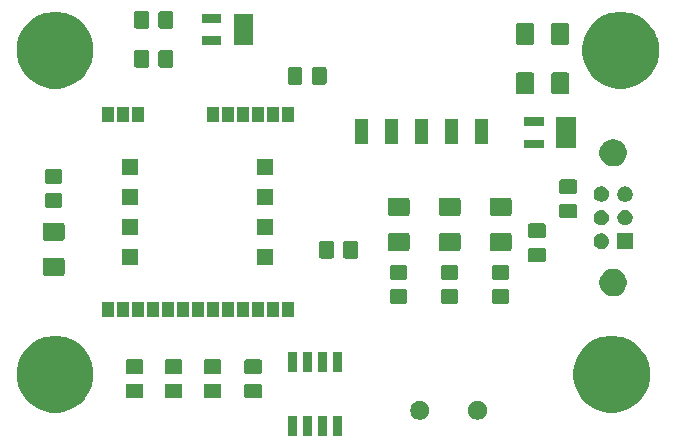
<source format=gbr>
G04 #@! TF.GenerationSoftware,KiCad,Pcbnew,(5.0.0)*
G04 #@! TF.CreationDate,2019-04-19T17:07:23-04:00*
G04 #@! TF.ProjectId,gps,6770732E6B696361645F706362000000,rev?*
G04 #@! TF.SameCoordinates,Original*
G04 #@! TF.FileFunction,Soldermask,Top*
G04 #@! TF.FilePolarity,Negative*
%FSLAX46Y46*%
G04 Gerber Fmt 4.6, Leading zero omitted, Abs format (unit mm)*
G04 Created by KiCad (PCBNEW (5.0.0)) date 04/19/19 17:07:23*
%MOMM*%
%LPD*%
G01*
G04 APERTURE LIST*
%ADD10C,0.100000*%
G04 APERTURE END LIST*
D10*
G36*
X130932400Y-105532400D02*
X130230400Y-105532400D01*
X130230400Y-103880400D01*
X130932400Y-103880400D01*
X130932400Y-105532400D01*
X130932400Y-105532400D01*
G37*
G36*
X129662400Y-105532400D02*
X128960400Y-105532400D01*
X128960400Y-103880400D01*
X129662400Y-103880400D01*
X129662400Y-105532400D01*
X129662400Y-105532400D01*
G37*
G36*
X127122400Y-105532400D02*
X126420400Y-105532400D01*
X126420400Y-103880400D01*
X127122400Y-103880400D01*
X127122400Y-105532400D01*
X127122400Y-105532400D01*
G37*
G36*
X128392400Y-105532400D02*
X127690400Y-105532400D01*
X127690400Y-103880400D01*
X128392400Y-103880400D01*
X128392400Y-105532400D01*
X128392400Y-105532400D01*
G37*
G36*
X137796843Y-102607781D02*
X137942615Y-102668162D01*
X138073811Y-102755824D01*
X138185376Y-102867389D01*
X138273038Y-102998585D01*
X138333419Y-103144357D01*
X138364200Y-103299107D01*
X138364200Y-103456893D01*
X138333419Y-103611643D01*
X138273038Y-103757415D01*
X138185376Y-103888611D01*
X138073811Y-104000176D01*
X137942615Y-104087838D01*
X137796843Y-104148219D01*
X137642093Y-104179000D01*
X137484307Y-104179000D01*
X137329557Y-104148219D01*
X137183785Y-104087838D01*
X137052589Y-104000176D01*
X136941024Y-103888611D01*
X136853362Y-103757415D01*
X136792981Y-103611643D01*
X136762200Y-103456893D01*
X136762200Y-103299107D01*
X136792981Y-103144357D01*
X136853362Y-102998585D01*
X136941024Y-102867389D01*
X137052589Y-102755824D01*
X137183785Y-102668162D01*
X137329557Y-102607781D01*
X137484307Y-102577000D01*
X137642093Y-102577000D01*
X137796843Y-102607781D01*
X137796843Y-102607781D01*
G37*
G36*
X142676843Y-102607781D02*
X142822615Y-102668162D01*
X142953811Y-102755824D01*
X143065376Y-102867389D01*
X143153038Y-102998585D01*
X143213419Y-103144357D01*
X143244200Y-103299107D01*
X143244200Y-103456893D01*
X143213419Y-103611643D01*
X143153038Y-103757415D01*
X143065376Y-103888611D01*
X142953811Y-104000176D01*
X142822615Y-104087838D01*
X142676843Y-104148219D01*
X142522093Y-104179000D01*
X142364307Y-104179000D01*
X142209557Y-104148219D01*
X142063785Y-104087838D01*
X141932589Y-104000176D01*
X141821024Y-103888611D01*
X141733362Y-103757415D01*
X141672981Y-103611643D01*
X141642200Y-103456893D01*
X141642200Y-103299107D01*
X141672981Y-103144357D01*
X141733362Y-102998585D01*
X141821024Y-102867389D01*
X141932589Y-102755824D01*
X142063785Y-102668162D01*
X142209557Y-102607781D01*
X142364307Y-102577000D01*
X142522093Y-102577000D01*
X142676843Y-102607781D01*
X142676843Y-102607781D01*
G37*
G36*
X154431239Y-97141467D02*
X154745282Y-97203934D01*
X155336926Y-97449001D01*
X155865802Y-97802385D01*
X155869395Y-97804786D01*
X156322214Y-98257605D01*
X156322216Y-98257608D01*
X156677999Y-98790074D01*
X156923066Y-99381718D01*
X157048000Y-100009804D01*
X157048000Y-100650196D01*
X156923066Y-101278282D01*
X156677999Y-101869926D01*
X156349205Y-102362000D01*
X156322214Y-102402395D01*
X155869395Y-102855214D01*
X155869392Y-102855216D01*
X155336926Y-103210999D01*
X154745282Y-103456066D01*
X154431239Y-103518533D01*
X154117197Y-103581000D01*
X153476803Y-103581000D01*
X153162761Y-103518533D01*
X152848718Y-103456066D01*
X152257074Y-103210999D01*
X151724608Y-102855216D01*
X151724605Y-102855214D01*
X151271786Y-102402395D01*
X151244795Y-102362000D01*
X150916001Y-101869926D01*
X150670934Y-101278282D01*
X150546000Y-100650196D01*
X150546000Y-100009804D01*
X150670934Y-99381718D01*
X150916001Y-98790074D01*
X151271784Y-98257608D01*
X151271786Y-98257605D01*
X151724605Y-97804786D01*
X151728198Y-97802385D01*
X152257074Y-97449001D01*
X152848718Y-97203934D01*
X153162761Y-97141467D01*
X153476803Y-97079000D01*
X154117197Y-97079000D01*
X154431239Y-97141467D01*
X154431239Y-97141467D01*
G37*
G36*
X107314239Y-97141467D02*
X107628282Y-97203934D01*
X108219926Y-97449001D01*
X108748802Y-97802385D01*
X108752395Y-97804786D01*
X109205214Y-98257605D01*
X109205216Y-98257608D01*
X109560999Y-98790074D01*
X109806066Y-99381718D01*
X109931000Y-100009804D01*
X109931000Y-100650196D01*
X109806066Y-101278282D01*
X109560999Y-101869926D01*
X109232205Y-102362000D01*
X109205214Y-102402395D01*
X108752395Y-102855214D01*
X108752392Y-102855216D01*
X108219926Y-103210999D01*
X107628282Y-103456066D01*
X107314239Y-103518533D01*
X107000197Y-103581000D01*
X106359803Y-103581000D01*
X106045761Y-103518533D01*
X105731718Y-103456066D01*
X105140074Y-103210999D01*
X104607608Y-102855216D01*
X104607605Y-102855214D01*
X104154786Y-102402395D01*
X104127795Y-102362000D01*
X103799001Y-101869926D01*
X103553934Y-101278282D01*
X103429000Y-100650196D01*
X103429000Y-100009804D01*
X103553934Y-99381718D01*
X103799001Y-98790074D01*
X104154784Y-98257608D01*
X104154786Y-98257605D01*
X104607605Y-97804786D01*
X104611198Y-97802385D01*
X105140074Y-97449001D01*
X105731718Y-97203934D01*
X106045761Y-97141467D01*
X106359803Y-97079000D01*
X107000197Y-97079000D01*
X107314239Y-97141467D01*
X107314239Y-97141467D01*
G37*
G36*
X117301677Y-101114465D02*
X117339364Y-101125898D01*
X117374103Y-101144466D01*
X117404548Y-101169452D01*
X117429534Y-101199897D01*
X117448102Y-101234636D01*
X117459535Y-101272323D01*
X117464000Y-101317661D01*
X117464000Y-102154339D01*
X117459535Y-102199677D01*
X117448102Y-102237364D01*
X117429534Y-102272103D01*
X117404548Y-102302548D01*
X117374103Y-102327534D01*
X117339364Y-102346102D01*
X117301677Y-102357535D01*
X117256339Y-102362000D01*
X116169661Y-102362000D01*
X116124323Y-102357535D01*
X116086636Y-102346102D01*
X116051897Y-102327534D01*
X116021452Y-102302548D01*
X115996466Y-102272103D01*
X115977898Y-102237364D01*
X115966465Y-102199677D01*
X115962000Y-102154339D01*
X115962000Y-101317661D01*
X115966465Y-101272323D01*
X115977898Y-101234636D01*
X115996466Y-101199897D01*
X116021452Y-101169452D01*
X116051897Y-101144466D01*
X116086636Y-101125898D01*
X116124323Y-101114465D01*
X116169661Y-101110000D01*
X117256339Y-101110000D01*
X117301677Y-101114465D01*
X117301677Y-101114465D01*
G37*
G36*
X124032677Y-101114465D02*
X124070364Y-101125898D01*
X124105103Y-101144466D01*
X124135548Y-101169452D01*
X124160534Y-101199897D01*
X124179102Y-101234636D01*
X124190535Y-101272323D01*
X124195000Y-101317661D01*
X124195000Y-102154339D01*
X124190535Y-102199677D01*
X124179102Y-102237364D01*
X124160534Y-102272103D01*
X124135548Y-102302548D01*
X124105103Y-102327534D01*
X124070364Y-102346102D01*
X124032677Y-102357535D01*
X123987339Y-102362000D01*
X122900661Y-102362000D01*
X122855323Y-102357535D01*
X122817636Y-102346102D01*
X122782897Y-102327534D01*
X122752452Y-102302548D01*
X122727466Y-102272103D01*
X122708898Y-102237364D01*
X122697465Y-102199677D01*
X122693000Y-102154339D01*
X122693000Y-101317661D01*
X122697465Y-101272323D01*
X122708898Y-101234636D01*
X122727466Y-101199897D01*
X122752452Y-101169452D01*
X122782897Y-101144466D01*
X122817636Y-101125898D01*
X122855323Y-101114465D01*
X122900661Y-101110000D01*
X123987339Y-101110000D01*
X124032677Y-101114465D01*
X124032677Y-101114465D01*
G37*
G36*
X113999677Y-101114465D02*
X114037364Y-101125898D01*
X114072103Y-101144466D01*
X114102548Y-101169452D01*
X114127534Y-101199897D01*
X114146102Y-101234636D01*
X114157535Y-101272323D01*
X114162000Y-101317661D01*
X114162000Y-102154339D01*
X114157535Y-102199677D01*
X114146102Y-102237364D01*
X114127534Y-102272103D01*
X114102548Y-102302548D01*
X114072103Y-102327534D01*
X114037364Y-102346102D01*
X113999677Y-102357535D01*
X113954339Y-102362000D01*
X112867661Y-102362000D01*
X112822323Y-102357535D01*
X112784636Y-102346102D01*
X112749897Y-102327534D01*
X112719452Y-102302548D01*
X112694466Y-102272103D01*
X112675898Y-102237364D01*
X112664465Y-102199677D01*
X112660000Y-102154339D01*
X112660000Y-101317661D01*
X112664465Y-101272323D01*
X112675898Y-101234636D01*
X112694466Y-101199897D01*
X112719452Y-101169452D01*
X112749897Y-101144466D01*
X112784636Y-101125898D01*
X112822323Y-101114465D01*
X112867661Y-101110000D01*
X113954339Y-101110000D01*
X113999677Y-101114465D01*
X113999677Y-101114465D01*
G37*
G36*
X120603677Y-101114465D02*
X120641364Y-101125898D01*
X120676103Y-101144466D01*
X120706548Y-101169452D01*
X120731534Y-101199897D01*
X120750102Y-101234636D01*
X120761535Y-101272323D01*
X120766000Y-101317661D01*
X120766000Y-102154339D01*
X120761535Y-102199677D01*
X120750102Y-102237364D01*
X120731534Y-102272103D01*
X120706548Y-102302548D01*
X120676103Y-102327534D01*
X120641364Y-102346102D01*
X120603677Y-102357535D01*
X120558339Y-102362000D01*
X119471661Y-102362000D01*
X119426323Y-102357535D01*
X119388636Y-102346102D01*
X119353897Y-102327534D01*
X119323452Y-102302548D01*
X119298466Y-102272103D01*
X119279898Y-102237364D01*
X119268465Y-102199677D01*
X119264000Y-102154339D01*
X119264000Y-101317661D01*
X119268465Y-101272323D01*
X119279898Y-101234636D01*
X119298466Y-101199897D01*
X119323452Y-101169452D01*
X119353897Y-101144466D01*
X119388636Y-101125898D01*
X119426323Y-101114465D01*
X119471661Y-101110000D01*
X120558339Y-101110000D01*
X120603677Y-101114465D01*
X120603677Y-101114465D01*
G37*
G36*
X124032677Y-99064465D02*
X124070364Y-99075898D01*
X124105103Y-99094466D01*
X124135548Y-99119452D01*
X124160534Y-99149897D01*
X124179102Y-99184636D01*
X124190535Y-99222323D01*
X124195000Y-99267661D01*
X124195000Y-100104339D01*
X124190535Y-100149677D01*
X124179102Y-100187364D01*
X124160534Y-100222103D01*
X124135548Y-100252548D01*
X124105103Y-100277534D01*
X124070364Y-100296102D01*
X124032677Y-100307535D01*
X123987339Y-100312000D01*
X122900661Y-100312000D01*
X122855323Y-100307535D01*
X122817636Y-100296102D01*
X122782897Y-100277534D01*
X122752452Y-100252548D01*
X122727466Y-100222103D01*
X122708898Y-100187364D01*
X122697465Y-100149677D01*
X122693000Y-100104339D01*
X122693000Y-99267661D01*
X122697465Y-99222323D01*
X122708898Y-99184636D01*
X122727466Y-99149897D01*
X122752452Y-99119452D01*
X122782897Y-99094466D01*
X122817636Y-99075898D01*
X122855323Y-99064465D01*
X122900661Y-99060000D01*
X123987339Y-99060000D01*
X124032677Y-99064465D01*
X124032677Y-99064465D01*
G37*
G36*
X120603677Y-99064465D02*
X120641364Y-99075898D01*
X120676103Y-99094466D01*
X120706548Y-99119452D01*
X120731534Y-99149897D01*
X120750102Y-99184636D01*
X120761535Y-99222323D01*
X120766000Y-99267661D01*
X120766000Y-100104339D01*
X120761535Y-100149677D01*
X120750102Y-100187364D01*
X120731534Y-100222103D01*
X120706548Y-100252548D01*
X120676103Y-100277534D01*
X120641364Y-100296102D01*
X120603677Y-100307535D01*
X120558339Y-100312000D01*
X119471661Y-100312000D01*
X119426323Y-100307535D01*
X119388636Y-100296102D01*
X119353897Y-100277534D01*
X119323452Y-100252548D01*
X119298466Y-100222103D01*
X119279898Y-100187364D01*
X119268465Y-100149677D01*
X119264000Y-100104339D01*
X119264000Y-99267661D01*
X119268465Y-99222323D01*
X119279898Y-99184636D01*
X119298466Y-99149897D01*
X119323452Y-99119452D01*
X119353897Y-99094466D01*
X119388636Y-99075898D01*
X119426323Y-99064465D01*
X119471661Y-99060000D01*
X120558339Y-99060000D01*
X120603677Y-99064465D01*
X120603677Y-99064465D01*
G37*
G36*
X113999677Y-99064465D02*
X114037364Y-99075898D01*
X114072103Y-99094466D01*
X114102548Y-99119452D01*
X114127534Y-99149897D01*
X114146102Y-99184636D01*
X114157535Y-99222323D01*
X114162000Y-99267661D01*
X114162000Y-100104339D01*
X114157535Y-100149677D01*
X114146102Y-100187364D01*
X114127534Y-100222103D01*
X114102548Y-100252548D01*
X114072103Y-100277534D01*
X114037364Y-100296102D01*
X113999677Y-100307535D01*
X113954339Y-100312000D01*
X112867661Y-100312000D01*
X112822323Y-100307535D01*
X112784636Y-100296102D01*
X112749897Y-100277534D01*
X112719452Y-100252548D01*
X112694466Y-100222103D01*
X112675898Y-100187364D01*
X112664465Y-100149677D01*
X112660000Y-100104339D01*
X112660000Y-99267661D01*
X112664465Y-99222323D01*
X112675898Y-99184636D01*
X112694466Y-99149897D01*
X112719452Y-99119452D01*
X112749897Y-99094466D01*
X112784636Y-99075898D01*
X112822323Y-99064465D01*
X112867661Y-99060000D01*
X113954339Y-99060000D01*
X113999677Y-99064465D01*
X113999677Y-99064465D01*
G37*
G36*
X117301677Y-99064465D02*
X117339364Y-99075898D01*
X117374103Y-99094466D01*
X117404548Y-99119452D01*
X117429534Y-99149897D01*
X117448102Y-99184636D01*
X117459535Y-99222323D01*
X117464000Y-99267661D01*
X117464000Y-100104339D01*
X117459535Y-100149677D01*
X117448102Y-100187364D01*
X117429534Y-100222103D01*
X117404548Y-100252548D01*
X117374103Y-100277534D01*
X117339364Y-100296102D01*
X117301677Y-100307535D01*
X117256339Y-100312000D01*
X116169661Y-100312000D01*
X116124323Y-100307535D01*
X116086636Y-100296102D01*
X116051897Y-100277534D01*
X116021452Y-100252548D01*
X115996466Y-100222103D01*
X115977898Y-100187364D01*
X115966465Y-100149677D01*
X115962000Y-100104339D01*
X115962000Y-99267661D01*
X115966465Y-99222323D01*
X115977898Y-99184636D01*
X115996466Y-99149897D01*
X116021452Y-99119452D01*
X116051897Y-99094466D01*
X116086636Y-99075898D01*
X116124323Y-99064465D01*
X116169661Y-99060000D01*
X117256339Y-99060000D01*
X117301677Y-99064465D01*
X117301677Y-99064465D01*
G37*
G36*
X130932400Y-100132400D02*
X130230400Y-100132400D01*
X130230400Y-98480400D01*
X130932400Y-98480400D01*
X130932400Y-100132400D01*
X130932400Y-100132400D01*
G37*
G36*
X129662400Y-100132400D02*
X128960400Y-100132400D01*
X128960400Y-98480400D01*
X129662400Y-98480400D01*
X129662400Y-100132400D01*
X129662400Y-100132400D01*
G37*
G36*
X127122400Y-100132400D02*
X126420400Y-100132400D01*
X126420400Y-98480400D01*
X127122400Y-98480400D01*
X127122400Y-100132400D01*
X127122400Y-100132400D01*
G37*
G36*
X128392400Y-100132400D02*
X127690400Y-100132400D01*
X127690400Y-98480400D01*
X128392400Y-98480400D01*
X128392400Y-100132400D01*
X128392400Y-100132400D01*
G37*
G36*
X126890070Y-95493895D02*
X125888070Y-95493895D01*
X125888070Y-94191895D01*
X126890070Y-94191895D01*
X126890070Y-95493895D01*
X126890070Y-95493895D01*
G37*
G36*
X125620070Y-95493895D02*
X124618070Y-95493895D01*
X124618070Y-94191895D01*
X125620070Y-94191895D01*
X125620070Y-95493895D01*
X125620070Y-95493895D01*
G37*
G36*
X124350070Y-95493895D02*
X123348070Y-95493895D01*
X123348070Y-94191895D01*
X124350070Y-94191895D01*
X124350070Y-95493895D01*
X124350070Y-95493895D01*
G37*
G36*
X121810070Y-95493895D02*
X120808070Y-95493895D01*
X120808070Y-94191895D01*
X121810070Y-94191895D01*
X121810070Y-95493895D01*
X121810070Y-95493895D01*
G37*
G36*
X120540070Y-95493895D02*
X119538070Y-95493895D01*
X119538070Y-94191895D01*
X120540070Y-94191895D01*
X120540070Y-95493895D01*
X120540070Y-95493895D01*
G37*
G36*
X116730070Y-95493895D02*
X115728070Y-95493895D01*
X115728070Y-94191895D01*
X116730070Y-94191895D01*
X116730070Y-95493895D01*
X116730070Y-95493895D01*
G37*
G36*
X114190070Y-95493895D02*
X113188070Y-95493895D01*
X113188070Y-94191895D01*
X114190070Y-94191895D01*
X114190070Y-95493895D01*
X114190070Y-95493895D01*
G37*
G36*
X112920070Y-95493895D02*
X111918070Y-95493895D01*
X111918070Y-94191895D01*
X112920070Y-94191895D01*
X112920070Y-95493895D01*
X112920070Y-95493895D01*
G37*
G36*
X111650070Y-95493895D02*
X110648070Y-95493895D01*
X110648070Y-94191895D01*
X111650070Y-94191895D01*
X111650070Y-95493895D01*
X111650070Y-95493895D01*
G37*
G36*
X118000070Y-95493895D02*
X116998070Y-95493895D01*
X116998070Y-94191895D01*
X118000070Y-94191895D01*
X118000070Y-95493895D01*
X118000070Y-95493895D01*
G37*
G36*
X123080070Y-95493895D02*
X122078070Y-95493895D01*
X122078070Y-94191895D01*
X123080070Y-94191895D01*
X123080070Y-95493895D01*
X123080070Y-95493895D01*
G37*
G36*
X119270070Y-95493895D02*
X118268070Y-95493895D01*
X118268070Y-94191895D01*
X119270070Y-94191895D01*
X119270070Y-95493895D01*
X119270070Y-95493895D01*
G37*
G36*
X115460070Y-95493895D02*
X114458070Y-95493895D01*
X114458070Y-94191895D01*
X115460070Y-94191895D01*
X115460070Y-95493895D01*
X115460070Y-95493895D01*
G37*
G36*
X136351677Y-93113465D02*
X136389364Y-93124898D01*
X136424103Y-93143466D01*
X136454548Y-93168452D01*
X136479534Y-93198897D01*
X136498102Y-93233636D01*
X136509535Y-93271323D01*
X136514000Y-93316661D01*
X136514000Y-94153339D01*
X136509535Y-94198677D01*
X136498102Y-94236364D01*
X136479534Y-94271103D01*
X136454548Y-94301548D01*
X136424103Y-94326534D01*
X136389364Y-94345102D01*
X136351677Y-94356535D01*
X136306339Y-94361000D01*
X135219661Y-94361000D01*
X135174323Y-94356535D01*
X135136636Y-94345102D01*
X135101897Y-94326534D01*
X135071452Y-94301548D01*
X135046466Y-94271103D01*
X135027898Y-94236364D01*
X135016465Y-94198677D01*
X135012000Y-94153339D01*
X135012000Y-93316661D01*
X135016465Y-93271323D01*
X135027898Y-93233636D01*
X135046466Y-93198897D01*
X135071452Y-93168452D01*
X135101897Y-93143466D01*
X135136636Y-93124898D01*
X135174323Y-93113465D01*
X135219661Y-93109000D01*
X136306339Y-93109000D01*
X136351677Y-93113465D01*
X136351677Y-93113465D01*
G37*
G36*
X144987677Y-93113465D02*
X145025364Y-93124898D01*
X145060103Y-93143466D01*
X145090548Y-93168452D01*
X145115534Y-93198897D01*
X145134102Y-93233636D01*
X145145535Y-93271323D01*
X145150000Y-93316661D01*
X145150000Y-94153339D01*
X145145535Y-94198677D01*
X145134102Y-94236364D01*
X145115534Y-94271103D01*
X145090548Y-94301548D01*
X145060103Y-94326534D01*
X145025364Y-94345102D01*
X144987677Y-94356535D01*
X144942339Y-94361000D01*
X143855661Y-94361000D01*
X143810323Y-94356535D01*
X143772636Y-94345102D01*
X143737897Y-94326534D01*
X143707452Y-94301548D01*
X143682466Y-94271103D01*
X143663898Y-94236364D01*
X143652465Y-94198677D01*
X143648000Y-94153339D01*
X143648000Y-93316661D01*
X143652465Y-93271323D01*
X143663898Y-93233636D01*
X143682466Y-93198897D01*
X143707452Y-93168452D01*
X143737897Y-93143466D01*
X143772636Y-93124898D01*
X143810323Y-93113465D01*
X143855661Y-93109000D01*
X144942339Y-93109000D01*
X144987677Y-93113465D01*
X144987677Y-93113465D01*
G37*
G36*
X140669677Y-93113465D02*
X140707364Y-93124898D01*
X140742103Y-93143466D01*
X140772548Y-93168452D01*
X140797534Y-93198897D01*
X140816102Y-93233636D01*
X140827535Y-93271323D01*
X140832000Y-93316661D01*
X140832000Y-94153339D01*
X140827535Y-94198677D01*
X140816102Y-94236364D01*
X140797534Y-94271103D01*
X140772548Y-94301548D01*
X140742103Y-94326534D01*
X140707364Y-94345102D01*
X140669677Y-94356535D01*
X140624339Y-94361000D01*
X139537661Y-94361000D01*
X139492323Y-94356535D01*
X139454636Y-94345102D01*
X139419897Y-94326534D01*
X139389452Y-94301548D01*
X139364466Y-94271103D01*
X139345898Y-94236364D01*
X139334465Y-94198677D01*
X139330000Y-94153339D01*
X139330000Y-93316661D01*
X139334465Y-93271323D01*
X139345898Y-93233636D01*
X139364466Y-93198897D01*
X139389452Y-93168452D01*
X139419897Y-93143466D01*
X139454636Y-93124898D01*
X139492323Y-93113465D01*
X139537661Y-93109000D01*
X140624339Y-93109000D01*
X140669677Y-93113465D01*
X140669677Y-93113465D01*
G37*
G36*
X154259734Y-91451732D02*
X154469202Y-91538496D01*
X154657723Y-91664462D01*
X154818038Y-91824777D01*
X154944004Y-92013298D01*
X155030768Y-92222766D01*
X155075000Y-92445135D01*
X155075000Y-92671865D01*
X155030768Y-92894234D01*
X154944004Y-93103702D01*
X154818038Y-93292223D01*
X154657723Y-93452538D01*
X154469202Y-93578504D01*
X154259734Y-93665268D01*
X154037365Y-93709500D01*
X153810635Y-93709500D01*
X153588266Y-93665268D01*
X153378798Y-93578504D01*
X153190277Y-93452538D01*
X153029962Y-93292223D01*
X152903996Y-93103702D01*
X152817232Y-92894234D01*
X152773000Y-92671865D01*
X152773000Y-92445135D01*
X152817232Y-92222766D01*
X152903996Y-92013298D01*
X153029962Y-91824777D01*
X153190277Y-91664462D01*
X153378798Y-91538496D01*
X153588266Y-91451732D01*
X153810635Y-91407500D01*
X154037365Y-91407500D01*
X154259734Y-91451732D01*
X154259734Y-91451732D01*
G37*
G36*
X136351677Y-91063465D02*
X136389364Y-91074898D01*
X136424103Y-91093466D01*
X136454548Y-91118452D01*
X136479534Y-91148897D01*
X136498102Y-91183636D01*
X136509535Y-91221323D01*
X136514000Y-91266661D01*
X136514000Y-92103339D01*
X136509535Y-92148677D01*
X136498102Y-92186364D01*
X136479534Y-92221103D01*
X136454548Y-92251548D01*
X136424103Y-92276534D01*
X136389364Y-92295102D01*
X136351677Y-92306535D01*
X136306339Y-92311000D01*
X135219661Y-92311000D01*
X135174323Y-92306535D01*
X135136636Y-92295102D01*
X135101897Y-92276534D01*
X135071452Y-92251548D01*
X135046466Y-92221103D01*
X135027898Y-92186364D01*
X135016465Y-92148677D01*
X135012000Y-92103339D01*
X135012000Y-91266661D01*
X135016465Y-91221323D01*
X135027898Y-91183636D01*
X135046466Y-91148897D01*
X135071452Y-91118452D01*
X135101897Y-91093466D01*
X135136636Y-91074898D01*
X135174323Y-91063465D01*
X135219661Y-91059000D01*
X136306339Y-91059000D01*
X136351677Y-91063465D01*
X136351677Y-91063465D01*
G37*
G36*
X144987677Y-91063465D02*
X145025364Y-91074898D01*
X145060103Y-91093466D01*
X145090548Y-91118452D01*
X145115534Y-91148897D01*
X145134102Y-91183636D01*
X145145535Y-91221323D01*
X145150000Y-91266661D01*
X145150000Y-92103339D01*
X145145535Y-92148677D01*
X145134102Y-92186364D01*
X145115534Y-92221103D01*
X145090548Y-92251548D01*
X145060103Y-92276534D01*
X145025364Y-92295102D01*
X144987677Y-92306535D01*
X144942339Y-92311000D01*
X143855661Y-92311000D01*
X143810323Y-92306535D01*
X143772636Y-92295102D01*
X143737897Y-92276534D01*
X143707452Y-92251548D01*
X143682466Y-92221103D01*
X143663898Y-92186364D01*
X143652465Y-92148677D01*
X143648000Y-92103339D01*
X143648000Y-91266661D01*
X143652465Y-91221323D01*
X143663898Y-91183636D01*
X143682466Y-91148897D01*
X143707452Y-91118452D01*
X143737897Y-91093466D01*
X143772636Y-91074898D01*
X143810323Y-91063465D01*
X143855661Y-91059000D01*
X144942339Y-91059000D01*
X144987677Y-91063465D01*
X144987677Y-91063465D01*
G37*
G36*
X140669677Y-91063465D02*
X140707364Y-91074898D01*
X140742103Y-91093466D01*
X140772548Y-91118452D01*
X140797534Y-91148897D01*
X140816102Y-91183636D01*
X140827535Y-91221323D01*
X140832000Y-91266661D01*
X140832000Y-92103339D01*
X140827535Y-92148677D01*
X140816102Y-92186364D01*
X140797534Y-92221103D01*
X140772548Y-92251548D01*
X140742103Y-92276534D01*
X140707364Y-92295102D01*
X140669677Y-92306535D01*
X140624339Y-92311000D01*
X139537661Y-92311000D01*
X139492323Y-92306535D01*
X139454636Y-92295102D01*
X139419897Y-92276534D01*
X139389452Y-92251548D01*
X139364466Y-92221103D01*
X139345898Y-92186364D01*
X139334465Y-92148677D01*
X139330000Y-92103339D01*
X139330000Y-91266661D01*
X139334465Y-91221323D01*
X139345898Y-91183636D01*
X139364466Y-91148897D01*
X139389452Y-91118452D01*
X139419897Y-91093466D01*
X139454636Y-91074898D01*
X139492323Y-91063465D01*
X139537661Y-91059000D01*
X140624339Y-91059000D01*
X140669677Y-91063465D01*
X140669677Y-91063465D01*
G37*
G36*
X107328562Y-90466381D02*
X107363477Y-90476973D01*
X107395665Y-90494178D01*
X107423873Y-90517327D01*
X107447022Y-90545535D01*
X107464227Y-90577723D01*
X107474819Y-90612638D01*
X107479000Y-90655095D01*
X107479000Y-91796305D01*
X107474819Y-91838762D01*
X107464227Y-91873677D01*
X107447022Y-91905865D01*
X107423873Y-91934073D01*
X107395665Y-91957222D01*
X107363477Y-91974427D01*
X107328562Y-91985019D01*
X107286105Y-91989200D01*
X105819895Y-91989200D01*
X105777438Y-91985019D01*
X105742523Y-91974427D01*
X105710335Y-91957222D01*
X105682127Y-91934073D01*
X105658978Y-91905865D01*
X105641773Y-91873677D01*
X105631181Y-91838762D01*
X105627000Y-91796305D01*
X105627000Y-90655095D01*
X105631181Y-90612638D01*
X105641773Y-90577723D01*
X105658978Y-90545535D01*
X105682127Y-90517327D01*
X105710335Y-90494178D01*
X105742523Y-90476973D01*
X105777438Y-90466381D01*
X105819895Y-90462200D01*
X107286105Y-90462200D01*
X107328562Y-90466381D01*
X107328562Y-90466381D01*
G37*
G36*
X113740070Y-91083895D02*
X112368070Y-91083895D01*
X112368070Y-89711895D01*
X113740070Y-89711895D01*
X113740070Y-91083895D01*
X113740070Y-91083895D01*
G37*
G36*
X125170070Y-91083895D02*
X123798070Y-91083895D01*
X123798070Y-89711895D01*
X125170070Y-89711895D01*
X125170070Y-91083895D01*
X125170070Y-91083895D01*
G37*
G36*
X148061077Y-89608265D02*
X148098764Y-89619698D01*
X148133503Y-89638266D01*
X148163948Y-89663252D01*
X148188934Y-89693697D01*
X148207502Y-89728436D01*
X148218935Y-89766123D01*
X148223400Y-89811461D01*
X148223400Y-90648139D01*
X148218935Y-90693477D01*
X148207502Y-90731164D01*
X148188934Y-90765903D01*
X148163948Y-90796348D01*
X148133503Y-90821334D01*
X148098764Y-90839902D01*
X148061077Y-90851335D01*
X148015739Y-90855800D01*
X146929061Y-90855800D01*
X146883723Y-90851335D01*
X146846036Y-90839902D01*
X146811297Y-90821334D01*
X146780852Y-90796348D01*
X146755866Y-90765903D01*
X146737298Y-90731164D01*
X146725865Y-90693477D01*
X146721400Y-90648139D01*
X146721400Y-89811461D01*
X146725865Y-89766123D01*
X146737298Y-89728436D01*
X146755866Y-89693697D01*
X146780852Y-89663252D01*
X146811297Y-89638266D01*
X146846036Y-89619698D01*
X146883723Y-89608265D01*
X146929061Y-89603800D01*
X148015739Y-89603800D01*
X148061077Y-89608265D01*
X148061077Y-89608265D01*
G37*
G36*
X132171677Y-89042465D02*
X132209364Y-89053898D01*
X132244103Y-89072466D01*
X132274548Y-89097452D01*
X132299534Y-89127897D01*
X132318102Y-89162636D01*
X132329535Y-89200323D01*
X132334000Y-89245661D01*
X132334000Y-90332339D01*
X132329535Y-90377677D01*
X132318102Y-90415364D01*
X132299534Y-90450103D01*
X132274548Y-90480548D01*
X132244103Y-90505534D01*
X132209364Y-90524102D01*
X132171677Y-90535535D01*
X132126339Y-90540000D01*
X131289661Y-90540000D01*
X131244323Y-90535535D01*
X131206636Y-90524102D01*
X131171897Y-90505534D01*
X131141452Y-90480548D01*
X131116466Y-90450103D01*
X131097898Y-90415364D01*
X131086465Y-90377677D01*
X131082000Y-90332339D01*
X131082000Y-89245661D01*
X131086465Y-89200323D01*
X131097898Y-89162636D01*
X131116466Y-89127897D01*
X131141452Y-89097452D01*
X131171897Y-89072466D01*
X131206636Y-89053898D01*
X131244323Y-89042465D01*
X131289661Y-89038000D01*
X132126339Y-89038000D01*
X132171677Y-89042465D01*
X132171677Y-89042465D01*
G37*
G36*
X130121677Y-89042465D02*
X130159364Y-89053898D01*
X130194103Y-89072466D01*
X130224548Y-89097452D01*
X130249534Y-89127897D01*
X130268102Y-89162636D01*
X130279535Y-89200323D01*
X130284000Y-89245661D01*
X130284000Y-90332339D01*
X130279535Y-90377677D01*
X130268102Y-90415364D01*
X130249534Y-90450103D01*
X130224548Y-90480548D01*
X130194103Y-90505534D01*
X130159364Y-90524102D01*
X130121677Y-90535535D01*
X130076339Y-90540000D01*
X129239661Y-90540000D01*
X129194323Y-90535535D01*
X129156636Y-90524102D01*
X129121897Y-90505534D01*
X129091452Y-90480548D01*
X129066466Y-90450103D01*
X129047898Y-90415364D01*
X129036465Y-90377677D01*
X129032000Y-90332339D01*
X129032000Y-89245661D01*
X129036465Y-89200323D01*
X129047898Y-89162636D01*
X129066466Y-89127897D01*
X129091452Y-89097452D01*
X129121897Y-89072466D01*
X129156636Y-89053898D01*
X129194323Y-89042465D01*
X129239661Y-89038000D01*
X130076339Y-89038000D01*
X130121677Y-89042465D01*
X130121677Y-89042465D01*
G37*
G36*
X136538562Y-88358181D02*
X136573477Y-88368773D01*
X136605665Y-88385978D01*
X136633873Y-88409127D01*
X136657022Y-88437335D01*
X136674227Y-88469523D01*
X136684819Y-88504438D01*
X136689000Y-88546895D01*
X136689000Y-89688105D01*
X136684819Y-89730562D01*
X136674227Y-89765477D01*
X136657022Y-89797665D01*
X136633873Y-89825873D01*
X136605665Y-89849022D01*
X136573477Y-89866227D01*
X136538562Y-89876819D01*
X136496105Y-89881000D01*
X135029895Y-89881000D01*
X134987438Y-89876819D01*
X134952523Y-89866227D01*
X134920335Y-89849022D01*
X134892127Y-89825873D01*
X134868978Y-89797665D01*
X134851773Y-89765477D01*
X134841181Y-89730562D01*
X134837000Y-89688105D01*
X134837000Y-88546895D01*
X134841181Y-88504438D01*
X134851773Y-88469523D01*
X134868978Y-88437335D01*
X134892127Y-88409127D01*
X134920335Y-88385978D01*
X134952523Y-88368773D01*
X134987438Y-88358181D01*
X135029895Y-88354000D01*
X136496105Y-88354000D01*
X136538562Y-88358181D01*
X136538562Y-88358181D01*
G37*
G36*
X145174562Y-88358181D02*
X145209477Y-88368773D01*
X145241665Y-88385978D01*
X145269873Y-88409127D01*
X145293022Y-88437335D01*
X145310227Y-88469523D01*
X145320819Y-88504438D01*
X145325000Y-88546895D01*
X145325000Y-89688105D01*
X145320819Y-89730562D01*
X145310227Y-89765477D01*
X145293022Y-89797665D01*
X145269873Y-89825873D01*
X145241665Y-89849022D01*
X145209477Y-89866227D01*
X145174562Y-89876819D01*
X145132105Y-89881000D01*
X143665895Y-89881000D01*
X143623438Y-89876819D01*
X143588523Y-89866227D01*
X143556335Y-89849022D01*
X143528127Y-89825873D01*
X143504978Y-89797665D01*
X143487773Y-89765477D01*
X143477181Y-89730562D01*
X143473000Y-89688105D01*
X143473000Y-88546895D01*
X143477181Y-88504438D01*
X143487773Y-88469523D01*
X143504978Y-88437335D01*
X143528127Y-88409127D01*
X143556335Y-88385978D01*
X143588523Y-88368773D01*
X143623438Y-88358181D01*
X143665895Y-88354000D01*
X145132105Y-88354000D01*
X145174562Y-88358181D01*
X145174562Y-88358181D01*
G37*
G36*
X140856562Y-88358181D02*
X140891477Y-88368773D01*
X140923665Y-88385978D01*
X140951873Y-88409127D01*
X140975022Y-88437335D01*
X140992227Y-88469523D01*
X141002819Y-88504438D01*
X141007000Y-88546895D01*
X141007000Y-89688105D01*
X141002819Y-89730562D01*
X140992227Y-89765477D01*
X140975022Y-89797665D01*
X140951873Y-89825873D01*
X140923665Y-89849022D01*
X140891477Y-89866227D01*
X140856562Y-89876819D01*
X140814105Y-89881000D01*
X139347895Y-89881000D01*
X139305438Y-89876819D01*
X139270523Y-89866227D01*
X139238335Y-89849022D01*
X139210127Y-89825873D01*
X139186978Y-89797665D01*
X139169773Y-89765477D01*
X139159181Y-89730562D01*
X139155000Y-89688105D01*
X139155000Y-88546895D01*
X139159181Y-88504438D01*
X139169773Y-88469523D01*
X139186978Y-88437335D01*
X139210127Y-88409127D01*
X139238335Y-88385978D01*
X139270523Y-88368773D01*
X139305438Y-88358181D01*
X139347895Y-88354000D01*
X140814105Y-88354000D01*
X140856562Y-88358181D01*
X140856562Y-88358181D01*
G37*
G36*
X155575000Y-89709500D02*
X154273000Y-89709500D01*
X154273000Y-88407500D01*
X155575000Y-88407500D01*
X155575000Y-89709500D01*
X155575000Y-89709500D01*
G37*
G36*
X153113890Y-88432517D02*
X153232361Y-88481589D01*
X153338992Y-88552838D01*
X153429662Y-88643508D01*
X153500911Y-88750139D01*
X153549983Y-88868610D01*
X153575000Y-88994381D01*
X153575000Y-89122619D01*
X153549983Y-89248390D01*
X153500911Y-89366861D01*
X153429662Y-89473492D01*
X153338992Y-89564162D01*
X153338989Y-89564164D01*
X153338988Y-89564165D01*
X153232364Y-89635409D01*
X153232361Y-89635411D01*
X153113890Y-89684483D01*
X152988119Y-89709500D01*
X152859881Y-89709500D01*
X152734110Y-89684483D01*
X152615639Y-89635411D01*
X152615636Y-89635409D01*
X152509012Y-89564165D01*
X152509011Y-89564164D01*
X152509008Y-89564162D01*
X152418338Y-89473492D01*
X152347089Y-89366861D01*
X152298017Y-89248390D01*
X152273000Y-89122619D01*
X152273000Y-88994381D01*
X152298017Y-88868610D01*
X152347089Y-88750139D01*
X152418338Y-88643508D01*
X152509008Y-88552838D01*
X152615639Y-88481589D01*
X152734110Y-88432517D01*
X152859881Y-88407500D01*
X152988119Y-88407500D01*
X153113890Y-88432517D01*
X153113890Y-88432517D01*
G37*
G36*
X107328562Y-87491381D02*
X107363477Y-87501973D01*
X107395665Y-87519178D01*
X107423873Y-87542327D01*
X107447022Y-87570535D01*
X107464227Y-87602723D01*
X107474819Y-87637638D01*
X107479000Y-87680095D01*
X107479000Y-88821305D01*
X107474819Y-88863762D01*
X107464227Y-88898677D01*
X107447022Y-88930865D01*
X107423873Y-88959073D01*
X107395665Y-88982222D01*
X107363477Y-88999427D01*
X107328562Y-89010019D01*
X107286105Y-89014200D01*
X105819895Y-89014200D01*
X105777438Y-89010019D01*
X105742523Y-88999427D01*
X105710335Y-88982222D01*
X105682127Y-88959073D01*
X105658978Y-88930865D01*
X105641773Y-88898677D01*
X105631181Y-88863762D01*
X105627000Y-88821305D01*
X105627000Y-87680095D01*
X105631181Y-87637638D01*
X105641773Y-87602723D01*
X105658978Y-87570535D01*
X105682127Y-87542327D01*
X105710335Y-87519178D01*
X105742523Y-87501973D01*
X105777438Y-87491381D01*
X105819895Y-87487200D01*
X107286105Y-87487200D01*
X107328562Y-87491381D01*
X107328562Y-87491381D01*
G37*
G36*
X148061077Y-87558265D02*
X148098764Y-87569698D01*
X148133503Y-87588266D01*
X148163948Y-87613252D01*
X148188934Y-87643697D01*
X148207502Y-87678436D01*
X148218935Y-87716123D01*
X148223400Y-87761461D01*
X148223400Y-88598139D01*
X148218935Y-88643477D01*
X148207502Y-88681164D01*
X148188934Y-88715903D01*
X148163948Y-88746348D01*
X148133503Y-88771334D01*
X148098764Y-88789902D01*
X148061077Y-88801335D01*
X148015739Y-88805800D01*
X146929061Y-88805800D01*
X146883723Y-88801335D01*
X146846036Y-88789902D01*
X146811297Y-88771334D01*
X146780852Y-88746348D01*
X146755866Y-88715903D01*
X146737298Y-88681164D01*
X146725865Y-88643477D01*
X146721400Y-88598139D01*
X146721400Y-87761461D01*
X146725865Y-87716123D01*
X146737298Y-87678436D01*
X146755866Y-87643697D01*
X146780852Y-87613252D01*
X146811297Y-87588266D01*
X146846036Y-87569698D01*
X146883723Y-87558265D01*
X146929061Y-87553800D01*
X148015739Y-87553800D01*
X148061077Y-87558265D01*
X148061077Y-87558265D01*
G37*
G36*
X125170070Y-88543895D02*
X123798070Y-88543895D01*
X123798070Y-87171895D01*
X125170070Y-87171895D01*
X125170070Y-88543895D01*
X125170070Y-88543895D01*
G37*
G36*
X113740070Y-88543895D02*
X112368070Y-88543895D01*
X112368070Y-87171895D01*
X113740070Y-87171895D01*
X113740070Y-88543895D01*
X113740070Y-88543895D01*
G37*
G36*
X153113890Y-86432517D02*
X153232361Y-86481589D01*
X153338992Y-86552838D01*
X153429662Y-86643508D01*
X153500911Y-86750139D01*
X153549983Y-86868610D01*
X153575000Y-86994381D01*
X153575000Y-87122619D01*
X153549983Y-87248390D01*
X153500911Y-87366861D01*
X153429662Y-87473492D01*
X153338992Y-87564162D01*
X153338989Y-87564164D01*
X153338988Y-87564165D01*
X153281282Y-87602723D01*
X153232361Y-87635411D01*
X153113890Y-87684483D01*
X152988119Y-87709500D01*
X152859881Y-87709500D01*
X152734110Y-87684483D01*
X152615639Y-87635411D01*
X152566718Y-87602723D01*
X152509012Y-87564165D01*
X152509011Y-87564164D01*
X152509008Y-87564162D01*
X152418338Y-87473492D01*
X152347089Y-87366861D01*
X152298017Y-87248390D01*
X152273000Y-87122619D01*
X152273000Y-86994381D01*
X152298017Y-86868610D01*
X152347089Y-86750139D01*
X152418338Y-86643508D01*
X152509008Y-86552838D01*
X152615639Y-86481589D01*
X152734110Y-86432517D01*
X152859881Y-86407500D01*
X152988119Y-86407500D01*
X153113890Y-86432517D01*
X153113890Y-86432517D01*
G37*
G36*
X155113890Y-86432517D02*
X155232361Y-86481589D01*
X155338992Y-86552838D01*
X155429662Y-86643508D01*
X155500911Y-86750139D01*
X155549983Y-86868610D01*
X155575000Y-86994381D01*
X155575000Y-87122619D01*
X155549983Y-87248390D01*
X155500911Y-87366861D01*
X155429662Y-87473492D01*
X155338992Y-87564162D01*
X155338989Y-87564164D01*
X155338988Y-87564165D01*
X155281282Y-87602723D01*
X155232361Y-87635411D01*
X155113890Y-87684483D01*
X154988119Y-87709500D01*
X154859881Y-87709500D01*
X154734110Y-87684483D01*
X154615639Y-87635411D01*
X154566718Y-87602723D01*
X154509012Y-87564165D01*
X154509011Y-87564164D01*
X154509008Y-87564162D01*
X154418338Y-87473492D01*
X154347089Y-87366861D01*
X154298017Y-87248390D01*
X154273000Y-87122619D01*
X154273000Y-86994381D01*
X154298017Y-86868610D01*
X154347089Y-86750139D01*
X154418338Y-86643508D01*
X154509008Y-86552838D01*
X154615639Y-86481589D01*
X154734110Y-86432517D01*
X154859881Y-86407500D01*
X154988119Y-86407500D01*
X155113890Y-86432517D01*
X155113890Y-86432517D01*
G37*
G36*
X150702677Y-85883465D02*
X150740364Y-85894898D01*
X150775103Y-85913466D01*
X150805548Y-85938452D01*
X150830534Y-85968897D01*
X150849102Y-86003636D01*
X150860535Y-86041323D01*
X150865000Y-86086661D01*
X150865000Y-86923339D01*
X150860535Y-86968677D01*
X150849102Y-87006364D01*
X150830534Y-87041103D01*
X150805548Y-87071548D01*
X150775103Y-87096534D01*
X150740364Y-87115102D01*
X150702677Y-87126535D01*
X150657339Y-87131000D01*
X149570661Y-87131000D01*
X149525323Y-87126535D01*
X149487636Y-87115102D01*
X149452897Y-87096534D01*
X149422452Y-87071548D01*
X149397466Y-87041103D01*
X149378898Y-87006364D01*
X149367465Y-86968677D01*
X149363000Y-86923339D01*
X149363000Y-86086661D01*
X149367465Y-86041323D01*
X149378898Y-86003636D01*
X149397466Y-85968897D01*
X149422452Y-85938452D01*
X149452897Y-85913466D01*
X149487636Y-85894898D01*
X149525323Y-85883465D01*
X149570661Y-85879000D01*
X150657339Y-85879000D01*
X150702677Y-85883465D01*
X150702677Y-85883465D01*
G37*
G36*
X145174562Y-85383181D02*
X145209477Y-85393773D01*
X145241665Y-85410978D01*
X145269873Y-85434127D01*
X145293022Y-85462335D01*
X145310227Y-85494523D01*
X145320819Y-85529438D01*
X145325000Y-85571895D01*
X145325000Y-86713105D01*
X145320819Y-86755562D01*
X145310227Y-86790477D01*
X145293022Y-86822665D01*
X145269873Y-86850873D01*
X145241665Y-86874022D01*
X145209477Y-86891227D01*
X145174562Y-86901819D01*
X145132105Y-86906000D01*
X143665895Y-86906000D01*
X143623438Y-86901819D01*
X143588523Y-86891227D01*
X143556335Y-86874022D01*
X143528127Y-86850873D01*
X143504978Y-86822665D01*
X143487773Y-86790477D01*
X143477181Y-86755562D01*
X143473000Y-86713105D01*
X143473000Y-85571895D01*
X143477181Y-85529438D01*
X143487773Y-85494523D01*
X143504978Y-85462335D01*
X143528127Y-85434127D01*
X143556335Y-85410978D01*
X143588523Y-85393773D01*
X143623438Y-85383181D01*
X143665895Y-85379000D01*
X145132105Y-85379000D01*
X145174562Y-85383181D01*
X145174562Y-85383181D01*
G37*
G36*
X140856562Y-85383181D02*
X140891477Y-85393773D01*
X140923665Y-85410978D01*
X140951873Y-85434127D01*
X140975022Y-85462335D01*
X140992227Y-85494523D01*
X141002819Y-85529438D01*
X141007000Y-85571895D01*
X141007000Y-86713105D01*
X141002819Y-86755562D01*
X140992227Y-86790477D01*
X140975022Y-86822665D01*
X140951873Y-86850873D01*
X140923665Y-86874022D01*
X140891477Y-86891227D01*
X140856562Y-86901819D01*
X140814105Y-86906000D01*
X139347895Y-86906000D01*
X139305438Y-86901819D01*
X139270523Y-86891227D01*
X139238335Y-86874022D01*
X139210127Y-86850873D01*
X139186978Y-86822665D01*
X139169773Y-86790477D01*
X139159181Y-86755562D01*
X139155000Y-86713105D01*
X139155000Y-85571895D01*
X139159181Y-85529438D01*
X139169773Y-85494523D01*
X139186978Y-85462335D01*
X139210127Y-85434127D01*
X139238335Y-85410978D01*
X139270523Y-85393773D01*
X139305438Y-85383181D01*
X139347895Y-85379000D01*
X140814105Y-85379000D01*
X140856562Y-85383181D01*
X140856562Y-85383181D01*
G37*
G36*
X136538562Y-85383181D02*
X136573477Y-85393773D01*
X136605665Y-85410978D01*
X136633873Y-85434127D01*
X136657022Y-85462335D01*
X136674227Y-85494523D01*
X136684819Y-85529438D01*
X136689000Y-85571895D01*
X136689000Y-86713105D01*
X136684819Y-86755562D01*
X136674227Y-86790477D01*
X136657022Y-86822665D01*
X136633873Y-86850873D01*
X136605665Y-86874022D01*
X136573477Y-86891227D01*
X136538562Y-86901819D01*
X136496105Y-86906000D01*
X135029895Y-86906000D01*
X134987438Y-86901819D01*
X134952523Y-86891227D01*
X134920335Y-86874022D01*
X134892127Y-86850873D01*
X134868978Y-86822665D01*
X134851773Y-86790477D01*
X134841181Y-86755562D01*
X134837000Y-86713105D01*
X134837000Y-85571895D01*
X134841181Y-85529438D01*
X134851773Y-85494523D01*
X134868978Y-85462335D01*
X134892127Y-85434127D01*
X134920335Y-85410978D01*
X134952523Y-85393773D01*
X134987438Y-85383181D01*
X135029895Y-85379000D01*
X136496105Y-85379000D01*
X136538562Y-85383181D01*
X136538562Y-85383181D01*
G37*
G36*
X107141677Y-84985465D02*
X107179364Y-84996898D01*
X107214103Y-85015466D01*
X107244548Y-85040452D01*
X107269534Y-85070897D01*
X107288102Y-85105636D01*
X107299535Y-85143323D01*
X107304000Y-85188661D01*
X107304000Y-86025339D01*
X107299535Y-86070677D01*
X107288102Y-86108364D01*
X107269534Y-86143103D01*
X107244548Y-86173548D01*
X107214103Y-86198534D01*
X107179364Y-86217102D01*
X107141677Y-86228535D01*
X107096339Y-86233000D01*
X106009661Y-86233000D01*
X105964323Y-86228535D01*
X105926636Y-86217102D01*
X105891897Y-86198534D01*
X105861452Y-86173548D01*
X105836466Y-86143103D01*
X105817898Y-86108364D01*
X105806465Y-86070677D01*
X105802000Y-86025339D01*
X105802000Y-85188661D01*
X105806465Y-85143323D01*
X105817898Y-85105636D01*
X105836466Y-85070897D01*
X105861452Y-85040452D01*
X105891897Y-85015466D01*
X105926636Y-84996898D01*
X105964323Y-84985465D01*
X106009661Y-84981000D01*
X107096339Y-84981000D01*
X107141677Y-84985465D01*
X107141677Y-84985465D01*
G37*
G36*
X113740070Y-86003895D02*
X112368070Y-86003895D01*
X112368070Y-84631895D01*
X113740070Y-84631895D01*
X113740070Y-86003895D01*
X113740070Y-86003895D01*
G37*
G36*
X125170070Y-86003895D02*
X123798070Y-86003895D01*
X123798070Y-84631895D01*
X125170070Y-84631895D01*
X125170070Y-86003895D01*
X125170070Y-86003895D01*
G37*
G36*
X153113890Y-84432517D02*
X153232361Y-84481589D01*
X153338992Y-84552838D01*
X153429662Y-84643508D01*
X153500911Y-84750139D01*
X153549983Y-84868610D01*
X153575000Y-84994381D01*
X153575000Y-85122619D01*
X153549983Y-85248390D01*
X153500911Y-85366861D01*
X153429662Y-85473492D01*
X153338992Y-85564162D01*
X153232361Y-85635411D01*
X153113890Y-85684483D01*
X152988119Y-85709500D01*
X152859881Y-85709500D01*
X152734110Y-85684483D01*
X152615639Y-85635411D01*
X152509008Y-85564162D01*
X152418338Y-85473492D01*
X152347089Y-85366861D01*
X152298017Y-85248390D01*
X152273000Y-85122619D01*
X152273000Y-84994381D01*
X152298017Y-84868610D01*
X152347089Y-84750139D01*
X152418338Y-84643508D01*
X152509008Y-84552838D01*
X152615639Y-84481589D01*
X152734110Y-84432517D01*
X152859881Y-84407500D01*
X152988119Y-84407500D01*
X153113890Y-84432517D01*
X153113890Y-84432517D01*
G37*
G36*
X155113890Y-84432517D02*
X155232361Y-84481589D01*
X155338992Y-84552838D01*
X155429662Y-84643508D01*
X155500911Y-84750139D01*
X155549983Y-84868610D01*
X155575000Y-84994381D01*
X155575000Y-85122619D01*
X155549983Y-85248390D01*
X155500911Y-85366861D01*
X155429662Y-85473492D01*
X155338992Y-85564162D01*
X155232361Y-85635411D01*
X155113890Y-85684483D01*
X154988119Y-85709500D01*
X154859881Y-85709500D01*
X154734110Y-85684483D01*
X154615639Y-85635411D01*
X154509008Y-85564162D01*
X154418338Y-85473492D01*
X154347089Y-85366861D01*
X154298017Y-85248390D01*
X154273000Y-85122619D01*
X154273000Y-84994381D01*
X154298017Y-84868610D01*
X154347089Y-84750139D01*
X154418338Y-84643508D01*
X154509008Y-84552838D01*
X154615639Y-84481589D01*
X154734110Y-84432517D01*
X154859881Y-84407500D01*
X154988119Y-84407500D01*
X155113890Y-84432517D01*
X155113890Y-84432517D01*
G37*
G36*
X150702677Y-83833465D02*
X150740364Y-83844898D01*
X150775103Y-83863466D01*
X150805548Y-83888452D01*
X150830534Y-83918897D01*
X150849102Y-83953636D01*
X150860535Y-83991323D01*
X150865000Y-84036661D01*
X150865000Y-84873339D01*
X150860535Y-84918677D01*
X150849102Y-84956364D01*
X150830534Y-84991103D01*
X150805548Y-85021548D01*
X150775103Y-85046534D01*
X150740364Y-85065102D01*
X150702677Y-85076535D01*
X150657339Y-85081000D01*
X149570661Y-85081000D01*
X149525323Y-85076535D01*
X149487636Y-85065102D01*
X149452897Y-85046534D01*
X149422452Y-85021548D01*
X149397466Y-84991103D01*
X149378898Y-84956364D01*
X149367465Y-84918677D01*
X149363000Y-84873339D01*
X149363000Y-84036661D01*
X149367465Y-83991323D01*
X149378898Y-83953636D01*
X149397466Y-83918897D01*
X149422452Y-83888452D01*
X149452897Y-83863466D01*
X149487636Y-83844898D01*
X149525323Y-83833465D01*
X149570661Y-83829000D01*
X150657339Y-83829000D01*
X150702677Y-83833465D01*
X150702677Y-83833465D01*
G37*
G36*
X107141677Y-82935465D02*
X107179364Y-82946898D01*
X107214103Y-82965466D01*
X107244548Y-82990452D01*
X107269534Y-83020897D01*
X107288102Y-83055636D01*
X107299535Y-83093323D01*
X107304000Y-83138661D01*
X107304000Y-83975339D01*
X107299535Y-84020677D01*
X107288102Y-84058364D01*
X107269534Y-84093103D01*
X107244548Y-84123548D01*
X107214103Y-84148534D01*
X107179364Y-84167102D01*
X107141677Y-84178535D01*
X107096339Y-84183000D01*
X106009661Y-84183000D01*
X105964323Y-84178535D01*
X105926636Y-84167102D01*
X105891897Y-84148534D01*
X105861452Y-84123548D01*
X105836466Y-84093103D01*
X105817898Y-84058364D01*
X105806465Y-84020677D01*
X105802000Y-83975339D01*
X105802000Y-83138661D01*
X105806465Y-83093323D01*
X105817898Y-83055636D01*
X105836466Y-83020897D01*
X105861452Y-82990452D01*
X105891897Y-82965466D01*
X105926636Y-82946898D01*
X105964323Y-82935465D01*
X106009661Y-82931000D01*
X107096339Y-82931000D01*
X107141677Y-82935465D01*
X107141677Y-82935465D01*
G37*
G36*
X113740070Y-83463895D02*
X112368070Y-83463895D01*
X112368070Y-82091895D01*
X113740070Y-82091895D01*
X113740070Y-83463895D01*
X113740070Y-83463895D01*
G37*
G36*
X125170070Y-83463895D02*
X123798070Y-83463895D01*
X123798070Y-82091895D01*
X125170070Y-82091895D01*
X125170070Y-83463895D01*
X125170070Y-83463895D01*
G37*
G36*
X154259734Y-80451732D02*
X154469202Y-80538496D01*
X154657723Y-80664462D01*
X154818038Y-80824777D01*
X154944004Y-81013298D01*
X155030768Y-81222766D01*
X155075000Y-81445135D01*
X155075000Y-81671865D01*
X155030768Y-81894234D01*
X154944004Y-82103702D01*
X154818038Y-82292223D01*
X154657723Y-82452538D01*
X154469202Y-82578504D01*
X154259734Y-82665268D01*
X154037365Y-82709500D01*
X153810635Y-82709500D01*
X153588266Y-82665268D01*
X153378798Y-82578504D01*
X153190277Y-82452538D01*
X153029962Y-82292223D01*
X152903996Y-82103702D01*
X152817232Y-81894234D01*
X152773000Y-81671865D01*
X152773000Y-81445135D01*
X152817232Y-81222766D01*
X152903996Y-81013298D01*
X153029962Y-80824777D01*
X153190277Y-80664462D01*
X153378798Y-80538496D01*
X153588266Y-80451732D01*
X153810635Y-80407500D01*
X154037365Y-80407500D01*
X154259734Y-80451732D01*
X154259734Y-80451732D01*
G37*
G36*
X150771000Y-81209000D02*
X149109000Y-81209000D01*
X149109000Y-78557000D01*
X150771000Y-78557000D01*
X150771000Y-81209000D01*
X150771000Y-81209000D01*
G37*
G36*
X148071000Y-81209000D02*
X146409000Y-81209000D01*
X146409000Y-80457000D01*
X148071000Y-80457000D01*
X148071000Y-81209000D01*
X148071000Y-81209000D01*
G37*
G36*
X133139000Y-80807000D02*
X132037000Y-80807000D01*
X132037000Y-78705000D01*
X133139000Y-78705000D01*
X133139000Y-80807000D01*
X133139000Y-80807000D01*
G37*
G36*
X135679000Y-80807000D02*
X134577000Y-80807000D01*
X134577000Y-78705000D01*
X135679000Y-78705000D01*
X135679000Y-80807000D01*
X135679000Y-80807000D01*
G37*
G36*
X140759000Y-80807000D02*
X139657000Y-80807000D01*
X139657000Y-78705000D01*
X140759000Y-78705000D01*
X140759000Y-80807000D01*
X140759000Y-80807000D01*
G37*
G36*
X143299000Y-80807000D02*
X142197000Y-80807000D01*
X142197000Y-78705000D01*
X143299000Y-78705000D01*
X143299000Y-80807000D01*
X143299000Y-80807000D01*
G37*
G36*
X138219000Y-80807000D02*
X137117000Y-80807000D01*
X137117000Y-78705000D01*
X138219000Y-78705000D01*
X138219000Y-80807000D01*
X138219000Y-80807000D01*
G37*
G36*
X148071000Y-79309000D02*
X146409000Y-79309000D01*
X146409000Y-78557000D01*
X148071000Y-78557000D01*
X148071000Y-79309000D01*
X148071000Y-79309000D01*
G37*
G36*
X126890070Y-78983895D02*
X125888070Y-78983895D01*
X125888070Y-77681895D01*
X126890070Y-77681895D01*
X126890070Y-78983895D01*
X126890070Y-78983895D01*
G37*
G36*
X120540070Y-78983895D02*
X119538070Y-78983895D01*
X119538070Y-77681895D01*
X120540070Y-77681895D01*
X120540070Y-78983895D01*
X120540070Y-78983895D01*
G37*
G36*
X111650070Y-78983895D02*
X110648070Y-78983895D01*
X110648070Y-77681895D01*
X111650070Y-77681895D01*
X111650070Y-78983895D01*
X111650070Y-78983895D01*
G37*
G36*
X112920070Y-78983895D02*
X111918070Y-78983895D01*
X111918070Y-77681895D01*
X112920070Y-77681895D01*
X112920070Y-78983895D01*
X112920070Y-78983895D01*
G37*
G36*
X114190070Y-78983895D02*
X113188070Y-78983895D01*
X113188070Y-77681895D01*
X114190070Y-77681895D01*
X114190070Y-78983895D01*
X114190070Y-78983895D01*
G37*
G36*
X121810070Y-78983895D02*
X120808070Y-78983895D01*
X120808070Y-77681895D01*
X121810070Y-77681895D01*
X121810070Y-78983895D01*
X121810070Y-78983895D01*
G37*
G36*
X123080070Y-78983895D02*
X122078070Y-78983895D01*
X122078070Y-77681895D01*
X123080070Y-77681895D01*
X123080070Y-78983895D01*
X123080070Y-78983895D01*
G37*
G36*
X124350070Y-78983895D02*
X123348070Y-78983895D01*
X123348070Y-77681895D01*
X124350070Y-77681895D01*
X124350070Y-78983895D01*
X124350070Y-78983895D01*
G37*
G36*
X125620070Y-78983895D02*
X124618070Y-78983895D01*
X124618070Y-77681895D01*
X125620070Y-77681895D01*
X125620070Y-78983895D01*
X125620070Y-78983895D01*
G37*
G36*
X150055562Y-74770181D02*
X150090477Y-74780773D01*
X150122665Y-74797978D01*
X150150873Y-74821127D01*
X150174022Y-74849335D01*
X150191227Y-74881523D01*
X150201819Y-74916438D01*
X150206000Y-74958895D01*
X150206000Y-76425105D01*
X150201819Y-76467562D01*
X150191227Y-76502477D01*
X150174022Y-76534665D01*
X150150873Y-76562873D01*
X150122665Y-76586022D01*
X150090477Y-76603227D01*
X150055562Y-76613819D01*
X150013105Y-76618000D01*
X148871895Y-76618000D01*
X148829438Y-76613819D01*
X148794523Y-76603227D01*
X148762335Y-76586022D01*
X148734127Y-76562873D01*
X148710978Y-76534665D01*
X148693773Y-76502477D01*
X148683181Y-76467562D01*
X148679000Y-76425105D01*
X148679000Y-74958895D01*
X148683181Y-74916438D01*
X148693773Y-74881523D01*
X148710978Y-74849335D01*
X148734127Y-74821127D01*
X148762335Y-74797978D01*
X148794523Y-74780773D01*
X148829438Y-74770181D01*
X148871895Y-74766000D01*
X150013105Y-74766000D01*
X150055562Y-74770181D01*
X150055562Y-74770181D01*
G37*
G36*
X147080562Y-74770181D02*
X147115477Y-74780773D01*
X147147665Y-74797978D01*
X147175873Y-74821127D01*
X147199022Y-74849335D01*
X147216227Y-74881523D01*
X147226819Y-74916438D01*
X147231000Y-74958895D01*
X147231000Y-76425105D01*
X147226819Y-76467562D01*
X147216227Y-76502477D01*
X147199022Y-76534665D01*
X147175873Y-76562873D01*
X147147665Y-76586022D01*
X147115477Y-76603227D01*
X147080562Y-76613819D01*
X147038105Y-76618000D01*
X145896895Y-76618000D01*
X145854438Y-76613819D01*
X145819523Y-76603227D01*
X145787335Y-76586022D01*
X145759127Y-76562873D01*
X145735978Y-76534665D01*
X145718773Y-76502477D01*
X145708181Y-76467562D01*
X145704000Y-76425105D01*
X145704000Y-74958895D01*
X145708181Y-74916438D01*
X145718773Y-74881523D01*
X145735978Y-74849335D01*
X145759127Y-74821127D01*
X145787335Y-74797978D01*
X145819523Y-74780773D01*
X145854438Y-74770181D01*
X145896895Y-74766000D01*
X147038105Y-74766000D01*
X147080562Y-74770181D01*
X147080562Y-74770181D01*
G37*
G36*
X155193239Y-69709467D02*
X155507282Y-69771934D01*
X156098926Y-70017001D01*
X156627802Y-70370385D01*
X156631395Y-70372786D01*
X157084214Y-70825605D01*
X157084216Y-70825608D01*
X157439999Y-71358074D01*
X157579144Y-71694000D01*
X157685066Y-71949719D01*
X157773643Y-72395022D01*
X157810000Y-72577804D01*
X157810000Y-73218196D01*
X157685066Y-73846282D01*
X157439999Y-74437926D01*
X157183952Y-74821127D01*
X157084214Y-74970395D01*
X156631395Y-75423214D01*
X156631392Y-75423216D01*
X156098926Y-75778999D01*
X155507282Y-76024066D01*
X155193239Y-76086533D01*
X154879197Y-76149000D01*
X154238803Y-76149000D01*
X153924761Y-76086533D01*
X153610718Y-76024066D01*
X153019074Y-75778999D01*
X152486608Y-75423216D01*
X152486605Y-75423214D01*
X152033786Y-74970395D01*
X151934048Y-74821127D01*
X151678001Y-74437926D01*
X151432934Y-73846282D01*
X151308000Y-73218196D01*
X151308000Y-72577804D01*
X151344358Y-72395022D01*
X151432934Y-71949719D01*
X151538856Y-71694000D01*
X151678001Y-71358074D01*
X152033784Y-70825608D01*
X152033786Y-70825605D01*
X152486605Y-70372786D01*
X152490198Y-70370385D01*
X153019074Y-70017001D01*
X153610718Y-69771934D01*
X153924761Y-69709467D01*
X154238803Y-69647000D01*
X154879197Y-69647000D01*
X155193239Y-69709467D01*
X155193239Y-69709467D01*
G37*
G36*
X107314239Y-69709467D02*
X107628282Y-69771934D01*
X108219926Y-70017001D01*
X108748802Y-70370385D01*
X108752395Y-70372786D01*
X109205214Y-70825605D01*
X109205216Y-70825608D01*
X109560999Y-71358074D01*
X109700144Y-71694000D01*
X109806066Y-71949719D01*
X109894643Y-72395022D01*
X109931000Y-72577804D01*
X109931000Y-73218196D01*
X109806066Y-73846282D01*
X109560999Y-74437926D01*
X109304952Y-74821127D01*
X109205214Y-74970395D01*
X108752395Y-75423214D01*
X108752392Y-75423216D01*
X108219926Y-75778999D01*
X107628282Y-76024066D01*
X107314239Y-76086533D01*
X107000197Y-76149000D01*
X106359803Y-76149000D01*
X106045761Y-76086533D01*
X105731718Y-76024066D01*
X105140074Y-75778999D01*
X104607608Y-75423216D01*
X104607605Y-75423214D01*
X104154786Y-74970395D01*
X104055048Y-74821127D01*
X103799001Y-74437926D01*
X103553934Y-73846282D01*
X103429000Y-73218196D01*
X103429000Y-72577804D01*
X103465358Y-72395022D01*
X103553934Y-71949719D01*
X103659856Y-71694000D01*
X103799001Y-71358074D01*
X104154784Y-70825608D01*
X104154786Y-70825605D01*
X104607605Y-70372786D01*
X104611198Y-70370385D01*
X105140074Y-70017001D01*
X105731718Y-69771934D01*
X106045761Y-69709467D01*
X106359803Y-69647000D01*
X107000197Y-69647000D01*
X107314239Y-69709467D01*
X107314239Y-69709467D01*
G37*
G36*
X127454677Y-74310465D02*
X127492364Y-74321898D01*
X127527103Y-74340466D01*
X127557548Y-74365452D01*
X127582534Y-74395897D01*
X127601102Y-74430636D01*
X127612535Y-74468323D01*
X127617000Y-74513661D01*
X127617000Y-75600339D01*
X127612535Y-75645677D01*
X127601102Y-75683364D01*
X127582534Y-75718103D01*
X127557548Y-75748548D01*
X127527103Y-75773534D01*
X127492364Y-75792102D01*
X127454677Y-75803535D01*
X127409339Y-75808000D01*
X126572661Y-75808000D01*
X126527323Y-75803535D01*
X126489636Y-75792102D01*
X126454897Y-75773534D01*
X126424452Y-75748548D01*
X126399466Y-75718103D01*
X126380898Y-75683364D01*
X126369465Y-75645677D01*
X126365000Y-75600339D01*
X126365000Y-74513661D01*
X126369465Y-74468323D01*
X126380898Y-74430636D01*
X126399466Y-74395897D01*
X126424452Y-74365452D01*
X126454897Y-74340466D01*
X126489636Y-74321898D01*
X126527323Y-74310465D01*
X126572661Y-74306000D01*
X127409339Y-74306000D01*
X127454677Y-74310465D01*
X127454677Y-74310465D01*
G37*
G36*
X129504677Y-74310465D02*
X129542364Y-74321898D01*
X129577103Y-74340466D01*
X129607548Y-74365452D01*
X129632534Y-74395897D01*
X129651102Y-74430636D01*
X129662535Y-74468323D01*
X129667000Y-74513661D01*
X129667000Y-75600339D01*
X129662535Y-75645677D01*
X129651102Y-75683364D01*
X129632534Y-75718103D01*
X129607548Y-75748548D01*
X129577103Y-75773534D01*
X129542364Y-75792102D01*
X129504677Y-75803535D01*
X129459339Y-75808000D01*
X128622661Y-75808000D01*
X128577323Y-75803535D01*
X128539636Y-75792102D01*
X128504897Y-75773534D01*
X128474452Y-75748548D01*
X128449466Y-75718103D01*
X128430898Y-75683364D01*
X128419465Y-75645677D01*
X128415000Y-75600339D01*
X128415000Y-74513661D01*
X128419465Y-74468323D01*
X128430898Y-74430636D01*
X128449466Y-74395897D01*
X128474452Y-74365452D01*
X128504897Y-74340466D01*
X128539636Y-74321898D01*
X128577323Y-74310465D01*
X128622661Y-74306000D01*
X129459339Y-74306000D01*
X129504677Y-74310465D01*
X129504677Y-74310465D01*
G37*
G36*
X116525277Y-72862665D02*
X116562964Y-72874098D01*
X116597703Y-72892666D01*
X116628148Y-72917652D01*
X116653134Y-72948097D01*
X116671702Y-72982836D01*
X116683135Y-73020523D01*
X116687600Y-73065861D01*
X116687600Y-74152539D01*
X116683135Y-74197877D01*
X116671702Y-74235564D01*
X116653134Y-74270303D01*
X116628148Y-74300748D01*
X116597703Y-74325734D01*
X116562964Y-74344302D01*
X116525277Y-74355735D01*
X116479939Y-74360200D01*
X115643261Y-74360200D01*
X115597923Y-74355735D01*
X115560236Y-74344302D01*
X115525497Y-74325734D01*
X115495052Y-74300748D01*
X115470066Y-74270303D01*
X115451498Y-74235564D01*
X115440065Y-74197877D01*
X115435600Y-74152539D01*
X115435600Y-73065861D01*
X115440065Y-73020523D01*
X115451498Y-72982836D01*
X115470066Y-72948097D01*
X115495052Y-72917652D01*
X115525497Y-72892666D01*
X115560236Y-72874098D01*
X115597923Y-72862665D01*
X115643261Y-72858200D01*
X116479939Y-72858200D01*
X116525277Y-72862665D01*
X116525277Y-72862665D01*
G37*
G36*
X114475277Y-72862665D02*
X114512964Y-72874098D01*
X114547703Y-72892666D01*
X114578148Y-72917652D01*
X114603134Y-72948097D01*
X114621702Y-72982836D01*
X114633135Y-73020523D01*
X114637600Y-73065861D01*
X114637600Y-74152539D01*
X114633135Y-74197877D01*
X114621702Y-74235564D01*
X114603134Y-74270303D01*
X114578148Y-74300748D01*
X114547703Y-74325734D01*
X114512964Y-74344302D01*
X114475277Y-74355735D01*
X114429939Y-74360200D01*
X113593261Y-74360200D01*
X113547923Y-74355735D01*
X113510236Y-74344302D01*
X113475497Y-74325734D01*
X113445052Y-74300748D01*
X113420066Y-74270303D01*
X113401498Y-74235564D01*
X113390065Y-74197877D01*
X113385600Y-74152539D01*
X113385600Y-73065861D01*
X113390065Y-73020523D01*
X113401498Y-72982836D01*
X113420066Y-72948097D01*
X113445052Y-72917652D01*
X113475497Y-72892666D01*
X113510236Y-72874098D01*
X113547923Y-72862665D01*
X113593261Y-72858200D01*
X114429939Y-72858200D01*
X114475277Y-72862665D01*
X114475277Y-72862665D01*
G37*
G36*
X123466000Y-72446000D02*
X121804000Y-72446000D01*
X121804000Y-69794000D01*
X123466000Y-69794000D01*
X123466000Y-72446000D01*
X123466000Y-72446000D01*
G37*
G36*
X120766000Y-72446000D02*
X119104000Y-72446000D01*
X119104000Y-71694000D01*
X120766000Y-71694000D01*
X120766000Y-72446000D01*
X120766000Y-72446000D01*
G37*
G36*
X147080562Y-70579181D02*
X147115477Y-70589773D01*
X147147665Y-70606978D01*
X147175873Y-70630127D01*
X147199022Y-70658335D01*
X147216227Y-70690523D01*
X147226819Y-70725438D01*
X147231000Y-70767895D01*
X147231000Y-72234105D01*
X147226819Y-72276562D01*
X147216227Y-72311477D01*
X147199022Y-72343665D01*
X147175873Y-72371873D01*
X147147665Y-72395022D01*
X147115477Y-72412227D01*
X147080562Y-72422819D01*
X147038105Y-72427000D01*
X145896895Y-72427000D01*
X145854438Y-72422819D01*
X145819523Y-72412227D01*
X145787335Y-72395022D01*
X145759127Y-72371873D01*
X145735978Y-72343665D01*
X145718773Y-72311477D01*
X145708181Y-72276562D01*
X145704000Y-72234105D01*
X145704000Y-70767895D01*
X145708181Y-70725438D01*
X145718773Y-70690523D01*
X145735978Y-70658335D01*
X145759127Y-70630127D01*
X145787335Y-70606978D01*
X145819523Y-70589773D01*
X145854438Y-70579181D01*
X145896895Y-70575000D01*
X147038105Y-70575000D01*
X147080562Y-70579181D01*
X147080562Y-70579181D01*
G37*
G36*
X150055562Y-70579181D02*
X150090477Y-70589773D01*
X150122665Y-70606978D01*
X150150873Y-70630127D01*
X150174022Y-70658335D01*
X150191227Y-70690523D01*
X150201819Y-70725438D01*
X150206000Y-70767895D01*
X150206000Y-72234105D01*
X150201819Y-72276562D01*
X150191227Y-72311477D01*
X150174022Y-72343665D01*
X150150873Y-72371873D01*
X150122665Y-72395022D01*
X150090477Y-72412227D01*
X150055562Y-72422819D01*
X150013105Y-72427000D01*
X148871895Y-72427000D01*
X148829438Y-72422819D01*
X148794523Y-72412227D01*
X148762335Y-72395022D01*
X148734127Y-72371873D01*
X148710978Y-72343665D01*
X148693773Y-72311477D01*
X148683181Y-72276562D01*
X148679000Y-72234105D01*
X148679000Y-70767895D01*
X148683181Y-70725438D01*
X148693773Y-70690523D01*
X148710978Y-70658335D01*
X148734127Y-70630127D01*
X148762335Y-70606978D01*
X148794523Y-70589773D01*
X148829438Y-70579181D01*
X148871895Y-70575000D01*
X150013105Y-70575000D01*
X150055562Y-70579181D01*
X150055562Y-70579181D01*
G37*
G36*
X114475277Y-69560665D02*
X114512964Y-69572098D01*
X114547703Y-69590666D01*
X114578148Y-69615652D01*
X114603134Y-69646097D01*
X114621702Y-69680836D01*
X114633135Y-69718523D01*
X114637600Y-69763861D01*
X114637600Y-70850539D01*
X114633135Y-70895877D01*
X114621702Y-70933564D01*
X114603134Y-70968303D01*
X114578148Y-70998748D01*
X114547703Y-71023734D01*
X114512964Y-71042302D01*
X114475277Y-71053735D01*
X114429939Y-71058200D01*
X113593261Y-71058200D01*
X113547923Y-71053735D01*
X113510236Y-71042302D01*
X113475497Y-71023734D01*
X113445052Y-70998748D01*
X113420066Y-70968303D01*
X113401498Y-70933564D01*
X113390065Y-70895877D01*
X113385600Y-70850539D01*
X113385600Y-69763861D01*
X113390065Y-69718523D01*
X113401498Y-69680836D01*
X113420066Y-69646097D01*
X113445052Y-69615652D01*
X113475497Y-69590666D01*
X113510236Y-69572098D01*
X113547923Y-69560665D01*
X113593261Y-69556200D01*
X114429939Y-69556200D01*
X114475277Y-69560665D01*
X114475277Y-69560665D01*
G37*
G36*
X116525277Y-69560665D02*
X116562964Y-69572098D01*
X116597703Y-69590666D01*
X116628148Y-69615652D01*
X116653134Y-69646097D01*
X116671702Y-69680836D01*
X116683135Y-69718523D01*
X116687600Y-69763861D01*
X116687600Y-70850539D01*
X116683135Y-70895877D01*
X116671702Y-70933564D01*
X116653134Y-70968303D01*
X116628148Y-70998748D01*
X116597703Y-71023734D01*
X116562964Y-71042302D01*
X116525277Y-71053735D01*
X116479939Y-71058200D01*
X115643261Y-71058200D01*
X115597923Y-71053735D01*
X115560236Y-71042302D01*
X115525497Y-71023734D01*
X115495052Y-70998748D01*
X115470066Y-70968303D01*
X115451498Y-70933564D01*
X115440065Y-70895877D01*
X115435600Y-70850539D01*
X115435600Y-69763861D01*
X115440065Y-69718523D01*
X115451498Y-69680836D01*
X115470066Y-69646097D01*
X115495052Y-69615652D01*
X115525497Y-69590666D01*
X115560236Y-69572098D01*
X115597923Y-69560665D01*
X115643261Y-69556200D01*
X116479939Y-69556200D01*
X116525277Y-69560665D01*
X116525277Y-69560665D01*
G37*
G36*
X120766000Y-70546000D02*
X119104000Y-70546000D01*
X119104000Y-69794000D01*
X120766000Y-69794000D01*
X120766000Y-70546000D01*
X120766000Y-70546000D01*
G37*
M02*

</source>
